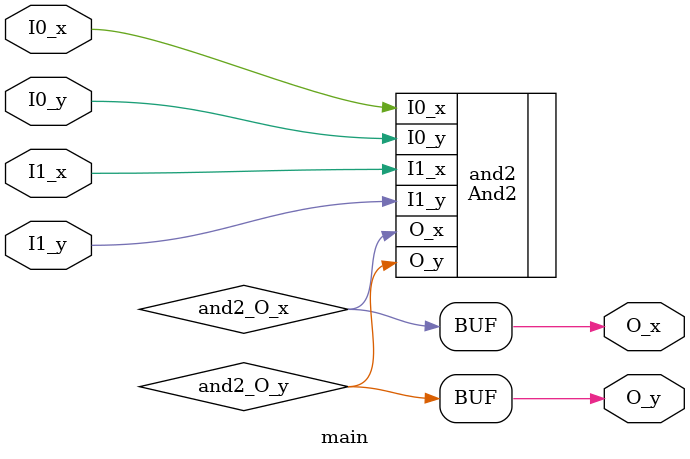
<source format=v>
module main (input  I0_x, input  I0_y, input  I1_x, input  I1_y, output  O_x, output  O_y);
wire  and2_I0_x;
wire  and2_I0_y;
wire  and2_I1_x;
wire  and2_I1_y;
wire  and2_O_x;
wire  and2_O_y;
And2 and2 (.I0_x(I0_x), .I0_y(I0_y), .I1_x(I1_x), .I1_y(I1_y), .O_x(and2_O_x), .O_y(and2_O_y));
assign O_x = and2_O_x;
assign O_y = and2_O_y;
endmodule


</source>
